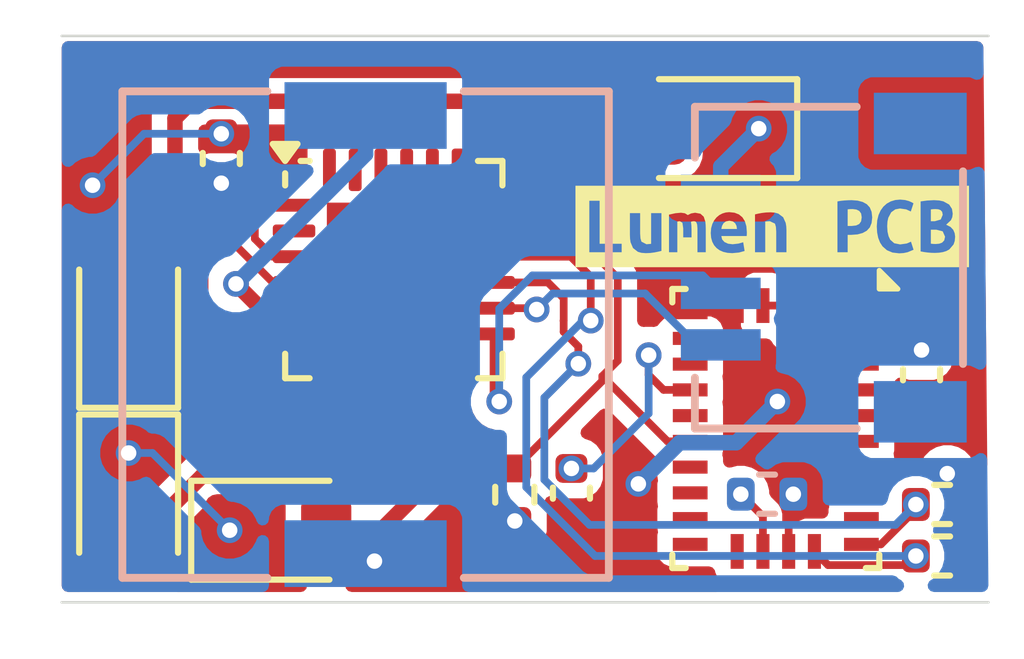
<source format=kicad_pcb>
(kicad_pcb (version 20241229) (generator "pcbnew") (generator_version "9.0")
  (layers (0 "F.Cu" signal) (2 "B.Cu" signal) (13 "F.Paste" user) (15 "B.Paste" user) (5 "F.SilkS" user "F.Silkscreen") (7 "B.SilkS" user "B.Silkscreen") (1 "F.Mask" user) (3 "B.Mask" user) (25 "Edge.Cuts" user))
  (net 0 "")
  (net 1 "Net-(BZ1-+)")
  (net 2 "GND")
  (net 3 "+V")
  (net 4 "Net-(U2-CAP)")
  (net 5 "Net-(D1-A)")
  (net 6 "Net-(D2-A)")
  (net 7 "Net-(D3-A)")
  (net 8 "Net-(D4-A)")
  (net 9 "/TX")
  (net 10 "/RX")
  (net 11 "/~{BNO_RST}")
  (net 12 "/SDA")
  (net 13 "/SCL")
  (net 14 "Net-(U2-COM3)")
  (net 26 "/UPDI")
  (footprint "Package_DFN_QFN:QFN-24-1EP_4x4mm_P0.5mm_EP2.6x2.6mm" (layer "F.Cu") (at 110.45 34.5375)
    (property "Reference" "U1" (hide yes))
    (property "Value" "ATtiny1617-M")
    (fp_line (start -2.11 -1.635) (end -2.11 -1.87) (stroke (width 0.12)) (layer "F.SilkS"))
    (fp_line (start -2.11 2.11) (end -2.11 1.635) (stroke (width 0.12)) (layer "F.SilkS"))
    (fp_line (start -1.635 -2.11) (end -1.81 -2.11) (stroke (width 0.12)) (layer "F.SilkS"))
    (fp_line (start -1.635 2.11) (end -2.11 2.11) (stroke (width 0.12)) (layer "F.SilkS"))
    (fp_line (start 1.635 -2.11) (end 2.11 -2.11) (stroke (width 0.12)) (layer "F.SilkS"))
    (fp_line (start 1.635 2.11) (end 2.11 2.11) (stroke (width 0.12)) (layer "F.SilkS"))
    (fp_line (start 2.11 -2.11) (end 2.11 -1.635) (stroke (width 0.12)) (layer "F.SilkS"))
    (fp_line (start 2.11 2.11) (end 2.11 1.635) (stroke (width 0.12)) (layer "F.SilkS"))
    (fp_poly (pts (xy -2.11 -2.11) (xy -2.35 -2.44) (xy -1.87 -2.44)) (stroke (width 0.12)) (fill yes) (layer "F.SilkS"))
    (pad "1" smd roundrect (at -1.9375 -1.25) (size 0.825 0.25) (layers "F.Cu" "F.Mask" "F.Paste"))
    (pad "2" smd roundrect (at -1.9375 -0.75) (size 0.825 0.25) (layers "F.Cu" "F.Mask" "F.Paste"))
    (pad "3" smd roundrect (at -1.9375 -0.25) (size 0.825 0.25) (layers "F.Cu" "F.Mask" "F.Paste") (net 2 "GND"))
    (pad "4" smd roundrect (at -1.9375 0.25) (size 0.825 0.25) (layers "F.Cu" "F.Mask" "F.Paste") (net 3 "+V"))
    (pad "5" smd roundrect (at -1.9375 0.75) (size 0.825 0.25) (layers "F.Cu" "F.Mask" "F.Paste") (net 1 "Net-(BZ1-+)"))
    (pad "6" smd roundrect (at -1.9375 1.25) (size 0.825 0.25) (layers "F.Cu" "F.Mask" "F.Paste"))
    (pad "7" smd roundrect (at -1.25 1.9375) (size 0.25 0.825) (layers "F.Cu" "F.Mask" "F.Paste"))
    (pad "8" smd roundrect (at -0.75 1.9375) (size 0.25 0.825) (layers "F.Cu" "F.Mask" "F.Paste") (net 5 "Net-(D1-A)"))
    (pad "9" smd roundrect (at -0.25 1.9375) (size 0.25 0.825) (layers "F.Cu" "F.Mask" "F.Paste") (net 6 "Net-(D2-A)"))
    (pad "10" smd roundrect (at 0.25 1.9375) (size 0.25 0.825) (layers "F.Cu" "F.Mask" "F.Paste") (net 7 "Net-(D3-A)"))
    (pad "11" smd roundrect (at 0.75 1.9375) (size 0.25 0.825) (layers "F.Cu" "F.Mask" "F.Paste") (net 8 "Net-(D4-A)"))
    (pad "12" smd roundrect (at 1.25 1.9375) (size 0.25 0.825) (layers "F.Cu" "F.Mask" "F.Paste"))
    (pad "13" smd roundrect (at 1.9375 1.25) (size 0.825 0.25) (layers "F.Cu" "F.Mask" "F.Paste") (net 10 "/RX"))
    (pad "14" smd roundrect (at 1.9375 0.75) (size 0.825 0.25) (layers "F.Cu" "F.Mask" "F.Paste") (net 9 "/TX"))
    (pad "15" smd roundrect (at 1.9375 0.25) (size 0.825 0.25) (layers "F.Cu" "F.Mask" "F.Paste") (net 12 "/SDA"))
    (pad "16" smd roundrect (at 1.9375 -0.25) (size 0.825 0.25) (layers "F.Cu" "F.Mask" "F.Paste") (net 13 "/SCL"))
    (pad "17" smd roundrect (at 1.9375 -0.75) (size 0.825 0.25) (layers "F.Cu" "F.Mask" "F.Paste"))
    (pad "18" smd roundrect (at 1.9375 -1.25) (size 0.825 0.25) (layers "F.Cu" "F.Mask" "F.Paste") (net 11 "/~{BNO_RST}"))
    (pad "19" smd roundrect (at 1.25 -1.9375) (size 0.25 0.825) (layers "F.Cu" "F.Mask" "F.Paste"))
    (pad "20" smd roundrect (at 0.75 -1.9375) (size 0.25 0.825) (layers "F.Cu" "F.Mask" "F.Paste"))
    (pad "21" smd roundrect (at 0.25 -1.9375) (size 0.25 0.825) (layers "F.Cu" "F.Mask" "F.Paste"))
    (pad "22" smd roundrect (at -0.25 -1.9375) (size 0.25 0.825) (layers "F.Cu" "F.Mask" "F.Paste"))
    (pad "23" smd roundrect (at -0.75 -1.9375) (size 0.25 0.825) (layers "F.Cu" "F.Mask" "F.Paste") (net 26 "/UPDI"))
    (pad "24" smd roundrect (at -1.25 -1.9375) (size 0.25 0.825) (layers "F.Cu" "F.Mask" "F.Paste"))
    (pad "25" smd rect (at 0 0) (size 2.6 2.6) (property pad_prop_heatsink) (layers "F.Cu" "F.Mask") (net 2 "GND"))
  )
  (footprint "Resistor_SMD:R_0402_1005Metric" (layer "F.Cu") (at 121.1 40.1)
    (property "Reference" "R3" (hide yes))
    (property "Value" "R")
    (fp_line (start -0.153641 -0.38) (end 0.153641 -0.38) (stroke (width 0.12)) (layer "F.SilkS"))
    (fp_line (start -0.153641 0.38) (end 0.153641 0.38) (stroke (width 0.12)) (layer "F.SilkS"))
    (pad "1" smd roundrect (at -0.51 0) (size 0.54 0.64) (layers "F.Cu" "F.Mask" "F.Paste") (net 13 "/SCL"))
    (pad "2" smd roundrect (at 0.51 0) (size 0.54 0.64) (layers "F.Cu" "F.Mask" "F.Paste") (net 3 "+V"))
  )
  (footprint "Package_LGA:LGA-28_5.2x3.8mm_P0.5mm" (layer "F.Cu") (at 117.869281 37.624199 -90)
    (property "Reference" "U2" (hide yes))
    (property "Value" "BNO055")
    (fp_line (start -2.71 2.01) (end -2.45 2.01) (stroke (width 0.12)) (layer "F.SilkS"))
    (fp_line (start -2.71 2.01) (end -2.71 1.75) (stroke (width 0.12)) (layer "F.SilkS"))
    (fp_line (start 2.71 2.01) (end 2.45 2.01) (stroke (width 0.12)) (layer "F.SilkS"))
    (fp_line (start 2.71 2.01) (end 2.71 1.75) (stroke (width 0.12)) (layer "F.SilkS"))
    (fp_line (start 2.71 -2.01) (end 2.71 -1.75) (stroke (width 0.12)) (layer "F.SilkS"))
    (fp_line (start 2.71 -2.01) (end 2.45 -2.01) (stroke (width 0.12)) (layer "F.SilkS"))
    (fp_poly (pts (xy -2.71 -2.01) (xy -3.07 -2.01) (xy -2.71 -2.37) (xy -2.71 -2.01)) (stroke (width 0.1)) (fill yes) (layer "F.SilkS"))
    (pad "1" smd rect (at -2.25 -1.6625 270) (size 0.254 0.675) (layers "F.Cu" "F.Mask" "F.Paste"))
    (pad "2" smd rect (at -2.3875 -0.75) (size 0.254 0.675) (layers "F.Cu" "F.Mask" "F.Paste") (net 2 "GND"))
    (pad "3" smd rect (at -2.3875 -0.25) (size 0.254 0.675) (layers "F.Cu" "F.Mask" "F.Paste") (net 3 "+V"))
    (pad "4" smd rect (at -2.3875 0.25) (size 0.254 0.675) (layers "F.Cu" "F.Mask" "F.Paste") (net 3 "+V"))
    (pad "5" smd rect (at -2.3875 0.75) (size 0.254 0.675) (layers "F.Cu" "F.Mask" "F.Paste") (net 2 "GND"))
    (pad "6" smd rect (at -2.25 1.6625 270) (size 0.254 0.675) (layers "F.Cu" "F.Mask" "F.Paste") (net 2 "GND"))
    (pad "7" smd rect (at -1.75 1.6625 270) (size 0.254 0.675) (layers "F.Cu" "F.Mask" "F.Paste"))
    (pad "8" smd rect (at -1.25 1.6625 270) (size 0.254 0.675) (layers "F.Cu" "F.Mask" "F.Paste"))
    (pad "9" smd rect (at -0.75 1.6625 270) (size 0.254 0.675) (layers "F.Cu" "F.Mask" "F.Paste") (net 4 "Net-(U2-CAP)"))
    (pad "10" smd rect (at -0.25 1.6625 270) (size 0.254 0.675) (layers "F.Cu" "F.Mask" "F.Paste"))
    (pad "11" smd rect (at 0.25 1.6625 270) (size 0.254 0.675) (layers "F.Cu" "F.Mask" "F.Paste") (net 11 "/~{BNO_RST}"))
    (pad "12" smd rect (at 0.75 1.6625 270) (size 0.254 0.675) (layers "F.Cu" "F.Mask" "F.Paste"))
    (pad "13" smd rect (at 1.25 1.6625 270) (size 0.254 0.675) (layers "F.Cu" "F.Mask" "F.Paste"))
    (pad "14" smd rect (at 1.75 1.6625 270) (size 0.254 0.675) (layers "F.Cu" "F.Mask" "F.Paste"))
    (pad "15" smd rect (at 2.25 1.6625 270) (size 0.254 0.675) (layers "F.Cu" "F.Mask" "F.Paste"))
    (pad "16" smd rect (at 2.3875 0.75) (size 0.254 0.675) (layers "F.Cu" "F.Mask" "F.Paste"))
    (pad "17" smd rect (at 2.3875 0.25) (size 0.254 0.675) (layers "F.Cu" "F.Mask" "F.Paste") (net 14 "Net-(U2-COM3)"))
    (pad "18" smd rect (at 2.3875 -0.25) (size 0.254 0.675) (layers "F.Cu" "F.Mask" "F.Paste") (net 2 "GND"))
    (pad "19" smd rect (at 2.3875 -0.75) (size 0.254 0.675) (layers "F.Cu" "F.Mask" "F.Paste") (net 13 "/SCL"))
    (pad "20" smd rect (at 2.25 -1.6625 270) (size 0.254 0.675) (layers "F.Cu" "F.Mask" "F.Paste") (net 12 "/SDA"))
    (pad "21" smd rect (at 1.75 -1.6625 270) (size 0.254 0.675) (layers "F.Cu" "F.Mask" "F.Paste"))
    (pad "22" smd rect (at 1.25 -1.6625 270) (size 0.254 0.675) (layers "F.Cu" "F.Mask" "F.Paste"))
    (pad "23" smd rect (at 0.75 -1.6625 270) (size 0.254 0.675) (layers "F.Cu" "F.Mask" "F.Paste"))
    (pad "24" smd rect (at 0.25 -1.6625 270) (size 0.254 0.675) (layers "F.Cu" "F.Mask" "F.Paste"))
    (pad "25" smd rect (at -0.25 -1.6625 270) (size 0.254 0.675) (layers "F.Cu" "F.Mask" "F.Paste") (net 2 "GND"))
    (pad "26" smd rect (at -0.75 -1.6625 270) (size 0.254 0.675) (layers "F.Cu" "F.Mask" "F.Paste"))
    (pad "27" smd rect (at -1.25 -1.6625 270) (size 0.254 0.675) (layers "F.Cu" "F.Mask" "F.Paste"))
    (pad "28" smd rect (at -1.75 -1.6625 270) (size 0.254 0.675) (layers "F.Cu" "F.Mask" "F.Paste") (net 3 "+V"))
  )
  (footprint "Capacitor_SMD:C_0402_1005Metric" (layer "F.Cu") (at 113.9 38.88 90)
    (property "Reference" "C3" (hide yes))
    (property "Value" "C")
    (fp_line (start -0.107836 -0.36) (end 0.107836 -0.36) (stroke (width 0.12)) (layer "F.SilkS"))
    (fp_line (start -0.107836 0.36) (end 0.107836 0.36) (stroke (width 0.12)) (layer "F.SilkS"))
    (pad "1" smd roundrect (at -0.48 0 90) (size 0.56 0.62) (layers "F.Cu" "F.Mask" "F.Paste") (net 2 "GND"))
    (pad "2" smd roundrect (at 0.48 0 90) (size 0.56 0.62) (layers "F.Cu" "F.Mask" "F.Paste") (net 4 "Net-(U2-CAP)"))
  )
  (footprint "Capacitor_SMD:C_0402_1005Metric" (layer "F.Cu") (at 107.1 32.38 -90)
    (property "Reference" "C1" (hide yes))
    (property "Value" "C")
    (fp_line (start -0.107836 0.36) (end 0.107836 0.36) (stroke (width 0.12)) (layer "F.SilkS"))
    (fp_line (start -0.107836 -0.36) (end 0.107836 -0.36) (stroke (width 0.12)) (layer "F.SilkS"))
    (pad "1" smd roundrect (at -0.48 0 270) (size 0.56 0.62) (layers "F.Cu" "F.Mask" "F.Paste") (net 2 "GND"))
    (pad "2" smd roundrect (at 0.48 0 270) (size 0.56 0.62) (layers "F.Cu" "F.Mask" "F.Paste") (net 3 "+V"))
  )
  (footprint "LED_SMD:LED_0805_2012Metric" (layer "F.Cu") (at 116.6 31.8 180)
    (property "Reference" "D1" (hide yes))
    (property "Value" "LED")
    (fp_line (start 1 -0.96) (end -1.685 -0.96) (stroke (width 0.12)) (layer "F.SilkS"))
    (fp_line (start -1.685 0.96) (end 1 0.96) (stroke (width 0.12)) (layer "F.SilkS"))
    (fp_line (start -1.685 -0.96) (end -1.685 0.96) (stroke (width 0.12)) (layer "F.SilkS"))
    (pad "1" smd roundrect (at -0.9375 0 180) (size 0.975 1.4) (layers "F.Cu" "F.Mask" "F.Paste") (net 2 "GND"))
    (pad "2" smd roundrect (at 0.9375 0 180) (size 0.975 1.4) (layers "F.Cu" "F.Mask" "F.Paste") (net 5 "Net-(D1-A)"))
  )
  (footprint "kibuzzard-68C38C57" (layer "F.Cu") (at 117.8 33.7)
    (property "Reference" "kibuzzard-68C38C57" (hide yes))
    (property "Value" "G***" (hide yes))
    (fp_poly (pts (xy -0.684976 0.048465) (xy -0.693053 -0.010501) (xy -0.718901 -0.061389) (xy -0.764136 -0.097738) (xy -0.831987 -0.11147) (xy -0.899031 -0.098546) (xy -0.94588 -0.063005) (xy -0.97496 -0.011309) (xy -0.988691 0.048465) (xy -0.684976 0.048465)) (fill yes) (layer "F.SilkS"))
    (fp_poly (pts (xy 3.080775 0.063005) (xy 3.080775 0.33441) (xy 3.126817 0.339257) (xy 3.17609 0.340872) (xy 3.242326 0.335218) (xy 3.299677 0.314216) (xy 3.340872 0.270598) (xy 3.357027 0.198708) (xy 3.310985 0.094507) (xy 3.187399 0.063005) (xy 3.080775 0.063005)) (fill yes) (layer "F.SilkS"))
    (fp_poly (pts (xy 3.15832 -0.101777) (xy 3.273021 -0.134895) (xy 3.311793 -0.226171) (xy 3.300485 -0.283522) (xy 3.26979 -0.317447) (xy 3.224556 -0.333603) (xy 3.171244 -0.337641) (xy 3.124394 -0.336026) (xy 3.080775 -0.331179) (xy 3.080775 -0.101777) (xy 3.15832 -0.101777)) (fill yes) (layer "F.SilkS"))
    (fp_poly (pts (xy 1.563813 -0.337641) (xy 1.51454 -0.336834) (xy 1.465267 -0.332795) (xy 1.465267 -0.009693) (xy 1.546042 -0.009693) (xy 1.629645 -0.019184) (xy 1.689822 -0.047658) (xy 1.726171 -0.099152) (xy 1.738288 -0.177706) (xy 1.726373 -0.252221) (xy 1.69063 -0.301292) (xy 1.635097 -0.328554) (xy 1.563813 -0.337641)) (fill yes) (layer "F.SilkS"))
    (fp_poly (pts (xy -3.552504 -0.791061) (xy -3.821756 -0.791061) (xy -3.821756 0.791061) (xy -3.552504 0.791061) (xy -2.924071 0.791061) (xy -2.924071 0.500808) (xy -3.552504 0.500808) (xy -3.552504 -0.499192) (xy -3.352181 -0.499192) (xy -3.352181 0.336026) (xy -2.924071 0.336026) (xy -2.924071 0.500808) (xy -2.924071 0.791061) (xy -2.455574 0.791061) (xy -2.455574 0.518578) (xy -2.540792 0.512116) (xy -2.609047 0.49273) (xy -2.703554 0.419225) (xy -2.751212 0.306947) (xy -2.760905 0.239095) (xy -2.764136 0.164782) (xy -2.764136 -0.258481) (xy -2.565428 -0.258481) (xy -2.565428 0.138934) (xy -2.559168 0.230412) (xy -2.540388 0.29483) (xy -2.442649 0.345719) (xy -2.352181 0.337641) (xy -2.352181 -0.258481) (xy -2.151858 -0.258481) (xy -2.151858 0.47496) (xy -2.212641 0.489499) (xy -2.285137 0.504039) (xy -2.366922 0.514943) (xy -2.455574 0.518578) (xy -2.455574 0.791061) (xy -1.290792 0.791061) (xy -1.290792 0.500808) (xy -1.452342 0.500808) (xy -1.452342 0.037157) (xy -1.457997 -0.035541) (xy -1.472536 -0.077544) (xy -1.493538 -0.096931) (xy -1.518578 -0.101777) (xy -1.549273 -0.099354) (xy -1.578352 -0.090468) (xy -1.570275 -0.022617) (xy -1.567044 0.059774) (xy -1.567044 0.211632) (xy -1.728595 0.211632) (xy -1.728595 0.037157) (xy -1.743942 -0.071082) (xy -1.793215 -0.101777) (xy -1.81664 -0.100162) (xy -1.843296 -0.095315) (xy -1.843296 0.500808) (xy -2.004847 0.500808) (xy -2.004847 -0.229402) (xy -1.880452 -0.256866) (xy -1.772213 -0.266559) (xy -1.697092 -0.256058) (xy -1.639742 -0.221325) (xy -1.575121 -0.252827) (xy -1.497577 -0.266559) (xy -1.394184 -0.247173) (xy -1.330372 -0.189015) (xy -1.298869 -0.091276) (xy -1.292811 -0.027262) (xy -1.290792 0.04685) (xy -1.290792 0.500808) (xy -1.290792 0.791061) (xy -0.77706 0.791061) (xy -0.77706 0.518578) (xy -0.868942 0.512318) (xy -0.950727 0.493538) (xy -1.021809 0.462439) (xy -1.081583 0.419225) (xy -1.129443 0.364095) (xy -1.164782 0.297254) (xy -1.186591 0.218498) (xy -1.193861 0.127625) (xy -1.186187 0.033522) (xy -1.163166 -0.048465) (xy -1.127625 -0.118134) (xy -1.082391 -0.175283) (xy -1.028675 -0.219911) (xy -0.96769 -0.252019) (xy -0.902262 -0.271405) (xy -0.835218 -0.277868) (xy -0.732185 -0.266828) (xy -0.647101 -0.23371) (xy -0.579968 -0.178514) (xy -0.531502 -0.102136) (xy -0.502423 -0.005475) (xy -0.49273 0.11147) (xy -0.493538 0.151858) (xy -0.495961 0.185784) (xy -0.988691 0.185784) (xy -0.973344 0.252221) (xy -0.927302 0.302908) (xy -0.857027 0.335016) (xy -0.768982 0.345719) (xy -0.655089 0.332795) (xy -0.563813 0.306947) (xy -0.536349 0.476575) (xy -0.646204 0.506462) (xy -0.77706 0.518578) (xy -0.77706 0.791061) (xy 0.276252 0.791061) (xy 0.276252 0.500808) (xy 0.077544 0.500808) (xy 0.077544 0.098546) (xy 0.071486 0.006866) (xy 0.053312 -0.054927) (xy -0.045234 -0.101777) (xy -0.089661 -0.100162) (xy -0.135703 -0.095315) (xy -0.135703 0.500808) (xy -0.33441 0.500808) (xy -0.33441 -0.234249) (xy -0.274838 -0.248384) (xy -0.202746 -0.261712) (xy -0.120961 -0.271405) (xy -0.03231 -0.274637) (xy 0.050485 -0.268376) (xy 0.117932 -0.249596) (xy 0.212439 -0.178514) (xy 0.261712 -0.068659) (xy 0.272617 -0.001414) (xy 0.276252 0.072698) (xy 0.276252 0.500808) (xy 0.276252 0.791061) (xy 1.465267 0.791061) (xy 1.465267 0.500808) (xy 1.266559 0.500808) (xy 1.266559 -0.486268) (xy 1.331987 -0.497577) (xy 1.405493 -0.504847) (xy 1.478191 -0.508885) (xy 1.541195 -0.510501) (xy 1.658769 -0.501795) (xy 1.757315 -0.475678) (xy 1.836834 -0.432149) (xy 1.895171 -0.368875) (xy 1.930174 -0.283522) (xy 1.941842 -0.17609) (xy 1.930084 -0.067582) (xy 1.894812 0.018848) (xy 1.836026 0.083199) (xy 1.755699 0.127625) (xy 1.655807 0.154281) (xy 1.536349 0.163166) (xy 1.465267 0.163166) (xy 1.465267 0.500808) (xy 1.465267 0.791061) (xy 2.465267 0.791061) (xy 2.465267 0.521809) (xy 2.335308 0.506731) (xy 2.227607 0.461497) (xy 2.142165 0.386107) (xy 2.093397 0.311086) (xy 2.058562 0.221729) (xy 2.037662 0.118033) (xy 2.030695 0) (xy 2.039176 -0.117528) (xy 2.06462 -0.221325) (xy 2.10521 -0.310784) (xy 2.159128 -0.385299) (xy 2.225363 -0.444265) (xy 2.302908 -0.487076) (xy 2.389943 -0.513126) (xy 2.484653 -0.521809) (xy 2.580775 -0.512924) (xy 2.655897 -0.49273) (xy 2.710016 -0.468498) (xy 2.743134 -0.449111) (xy 2.691438 -0.290792) (xy 2.601777 -0.331987) (xy 2.481422 -0.34895) (xy 2.390145 -0.331987) (xy 2.310985 -0.275444) (xy 2.254443 -0.169628) (xy 2.238086 -0.095315) (xy 2.232633 -0.004847) (xy 2.239185 0.100431) (xy 2.25884 0.187938) (xy 2.291599 0.257674) (xy 2.369346 0.326131) (xy 2.484653 0.34895) (xy 2.613086 0.331179) (xy 2.694669 0.295638) (xy 2.74475 0.452342) (xy 2.630856 0.5) (xy 2.553514 0.516357) (xy 2.465267 0.521809) (xy 2.465267 0.791061) (xy 3.159935 0.791061) (xy 3.159935 0.513732) (xy 3.092488 0.511914) (xy 3.022617 0.506462) (xy 2.951939 0.497375) (xy 2.882068 0.484653) (xy 2.882068 -0.486268) (xy 3.006462 -0.503231) (xy 3.140549 -0.510501) (xy 3.243134 -0.504645) (xy 3.324717 -0.487076) (xy 3.436187 -0.425687) (xy 3.491115 -0.340872) (xy 3.505654 -0.247173) (xy 3.496971 -0.180129) (xy 3.470921 -0.121163) (xy 3.378029 -0.033926) (xy 3.463449 0.009693) (xy 3.516155 0.066236) (xy 3.543417 0.130856) (xy 3.552504 0.198708) (xy 3.54483 0.281704) (xy 3.521809 0.349758) (xy 3.438611 0.446688) (xy 3.38126 0.477787) (xy 3.314216 0.498384) (xy 3.239701 0.509895) (xy 3.159935 0.513732) (xy 3.159935 0.791061) (xy 3.552504 0.791061) (xy 3.821756 0.791061) (xy 3.821756 -0.791061) (xy 3.552504 -0.791061) (xy -3.552504 -0.791061)) (fill yes) (layer "F.SilkS"))
  )
  (footprint "LED_SMD:LED_0805_2012Metric" (layer "F.Cu") (at 108.2 39.6)
    (property "Reference" "D4" (hide yes))
    (property "Value" "LED")
    (fp_line (start -1.685 -0.96) (end -1.685 0.96) (stroke (width 0.12)) (layer "F.SilkS"))
    (fp_line (start -1.685 0.96) (end 1 0.96) (stroke (width 0.12)) (layer "F.SilkS"))
    (fp_line (start 1 -0.96) (end -1.685 -0.96) (stroke (width 0.12)) (layer "F.SilkS"))
    (pad "1" smd roundrect (at -0.9375 0) (size 0.975 1.4) (layers "F.Cu" "F.Mask" "F.Paste") (net 2 "GND"))
    (pad "2" smd roundrect (at 0.9375 0) (size 0.975 1.4) (layers "F.Cu" "F.Mask" "F.Paste") (net 8 "Net-(D4-A)"))
  )
  (footprint "Resistor_SMD:R_0402_1005Metric" (layer "F.Cu") (at 121.1 39.1)
    (property "Reference" "R2" (hide yes))
    (property "Value" "R")
    (fp_line (start -0.153641 -0.38) (end 0.153641 -0.38) (stroke (width 0.12)) (layer "F.SilkS"))
    (fp_line (start -0.153641 0.38) (end 0.153641 0.38) (stroke (width 0.12)) (layer "F.SilkS"))
    (pad "1" smd roundrect (at -0.51 0) (size 0.54 0.64) (layers "F.Cu" "F.Mask" "F.Paste") (net 12 "/SDA"))
    (pad "2" smd roundrect (at 0.51 0) (size 0.54 0.64) (layers "F.Cu" "F.Mask" "F.Paste") (net 3 "+V"))
  )
  (footprint "Capacitor_SMD:C_0402_1005Metric" (layer "F.Cu") (at 120.7 36.58 90)
    (property "Reference" "C2" (hide yes))
    (property "Value" "C")
    (fp_line (start -0.107836 -0.36) (end 0.107836 -0.36) (stroke (width 0.12)) (layer "F.SilkS"))
    (fp_line (start -0.107836 0.36) (end 0.107836 0.36) (stroke (width 0.12)) (layer "F.SilkS"))
    (pad "1" smd roundrect (at -0.48 0 90) (size 0.56 0.62) (layers "F.Cu" "F.Mask" "F.Paste") (net 2 "GND"))
    (pad "2" smd roundrect (at 0.48 0 90) (size 0.56 0.62) (layers "F.Cu" "F.Mask" "F.Paste") (net 3 "+V"))
  )
  (footprint "Resistor_SMD:R_0402_1005Metric" (layer "F.Cu") (at 112.8 38.91 -90)
    (property "Reference" "R1" (hide yes))
    (property "Value" "R")
    (fp_line (start -0.153641 0.38) (end 0.153641 0.38) (stroke (width 0.12)) (layer "F.SilkS"))
    (fp_line (start -0.153641 -0.38) (end 0.153641 -0.38) (stroke (width 0.12)) (layer "F.SilkS"))
    (pad "1" smd roundrect (at -0.51 0 270) (size 0.54 0.64) (layers "F.Cu" "F.Mask" "F.Paste") (net 11 "/~{BNO_RST}"))
    (pad "2" smd roundrect (at 0.51 0 270) (size 0.54 0.64) (layers "F.Cu" "F.Mask" "F.Paste") (net 3 "+V"))
  )
  (footprint "LED_SMD:LED_0805_2012Metric" (layer "F.Cu") (at 105.3 35.5375 90)
    (property "Reference" "D2" (hide yes))
    (property "Value" "LED")
    (fp_line (start 1 -0.96) (end -1.685 -0.96) (stroke (width 0.12)) (layer "F.SilkS"))
    (fp_line (start -1.685 -0.96) (end -1.685 0.96) (stroke (width 0.12)) (layer "F.SilkS"))
    (fp_line (start -1.685 0.96) (end 1 0.96) (stroke (width 0.12)) (layer "F.SilkS"))
    (pad "1" smd roundrect (at -0.9375 0 90) (size 0.975 1.4) (layers "F.Cu" "F.Mask" "F.Paste") (net 2 "GND"))
    (pad "2" smd roundrect (at 0.9375 0 90) (size 0.975 1.4) (layers "F.Cu" "F.Mask" "F.Paste") (net 6 "Net-(D2-A)"))
  )
  (footprint "LED_SMD:LED_0805_2012Metric" (layer "F.Cu") (at 105.3 39.0375 -90)
    (property "Reference" "D3" (hide yes))
    (property "Value" "LED")
    (fp_line (start -1.685 0.96) (end 1 0.96) (stroke (width 0.12)) (layer "F.SilkS"))
    (fp_line (start -1.685 -0.96) (end -1.685 0.96) (stroke (width 0.12)) (layer "F.SilkS"))
    (fp_line (start 1 -0.96) (end -1.685 -0.96) (stroke (width 0.12)) (layer "F.SilkS"))
    (pad "1" smd roundrect (at -0.9375 0 270) (size 0.975 1.4) (layers "F.Cu" "F.Mask" "F.Paste") (net 2 "GND"))
    (pad "2" smd roundrect (at 0.9375 0 270) (size 0.975 1.4) (layers "F.Cu" "F.Mask" "F.Paste") (net 7 "Net-(D3-A)"))
  )
  (footprint "User:CPT-9019A_CUD" (layer "B.Cu") (at 109.9024 35.8 -90)
    (property "Reference" "BZ1" (hide yes))
    (property "Value" "Buzzer")
    (fp_line (start -4.7244 4.7244) (end -4.7244 1.90754) (stroke (width 0.1524)) (layer "B.SilkS"))
    (fp_line (start 4.7244 4.7244) (end -4.7244 4.7244) (stroke (width 0.1524)) (layer "B.SilkS"))
    (fp_line (start 4.7244 1.90754) (end 4.7244 4.7244) (stroke (width 0.1524)) (layer "B.SilkS"))
    (fp_line (start -4.7244 -1.90754) (end -4.7244 -4.7244) (stroke (width 0.1524)) (layer "B.SilkS"))
    (fp_line (start -4.7244 -4.7244) (end 4.7244 -4.7244) (stroke (width 0.1524)) (layer "B.SilkS"))
    (fp_line (start 4.7244 -4.7244) (end 4.7244 -1.90754) (stroke (width 0.1524)) (layer "B.SilkS"))
    (pad "1" smd rect (at -4.2545 0 270) (size 1.2954 3.1496) (layers "B.Cu" "B.Mask" "B.Paste") (net 1 "Net-(BZ1-+)"))
    (pad "2" smd rect (at 4.2545 0 270) (size 1.2954 3.1496) (layers "B.Cu" "B.Mask" "B.Paste") (net 2 "GND"))
  )
  (footprint "User:QWIIC_SNAPSERIAL" (layer "B.Cu") (at 118.9015 34.499999 -90)
    (property "Reference" "J5" (hide yes))
    (property "Value" "PRT-14417")
    (fp_line (start -3.1242 2.6035) (end -3.1242 -0.539061) (stroke (width 0.1524)) (layer "B.SilkS"))
    (fp_line (start -2.13754 2.6035) (end -3.1242 2.6035) (stroke (width 0.1524)) (layer "B.SilkS"))
    (fp_line (start 3.1242 2.6035) (end 2.13754 2.6035) (stroke (width 0.1524)) (layer "B.SilkS"))
    (fp_line (start 3.1242 -0.539061) (end 3.1242 2.6035) (stroke (width 0.1524)) (layer "B.SilkS"))
    (fp_line (start -1.870359 -2.6035) (end 1.870359 -2.6035) (stroke (width 0.1524)) (layer "B.SilkS"))
    (pad "1" smd rect (at -1.5 2.1015 270) (size 0.6096 1.5494) (layers "B.Cu" "B.Mask" "B.Paste") (net 2 "GND"))
    (pad "2" smd rect (at -0.499999 2.1015 270) (size 0.6096 1.5494) (layers "B.Cu" "B.Mask" "B.Paste") (net 3 "+V"))
    (pad "3" smd rect (at 0.499999 2.1015 270) (size 0.6096 1.5494) (layers "B.Cu" "B.Mask" "B.Paste") (net 10 "/RX"))
    (pad "4" smd rect (at 1.5 2.1015 270) (size 0.6096 1.5494) (layers "B.Cu" "B.Mask" "B.Paste") (net 9 "/TX"))
    (pad "5" smd rect (at -2.799999 -1.773501 270) (size 1.1938 1.8034) (layers "B.Cu" "B.Mask" "B.Paste"))
    (pad "6" smd rect (at 2.799999 -1.773501 270) (size 1.1938 1.8034) (layers "B.Cu" "B.Mask" "B.Paste"))
  )
  (footprint "Resistor_SMD:R_0402_1005Metric" (layer "B.Cu") (at 117.7 38.9)
    (property "Reference" "R4" (hide yes))
    (property "Value" "R")
    (fp_line (start -0.153641 -0.38) (end 0.153641 -0.38) (stroke (width 0.12)) (layer "B.SilkS"))
    (fp_line (start -0.153641 0.38) (end 0.153641 0.38) (stroke (width 0.12)) (layer "B.SilkS"))
    (pad "1" smd roundrect (at -0.51 0) (size 0.54 0.64) (layers "B.Cu" "B.Mask" "B.Paste") (net 14 "Net-(U2-COM3)"))
    (pad "2" smd roundrect (at 0.51 0) (size 0.54 0.64) (layers "B.Cu" "B.Mask" "B.Paste") (net 2 "GND"))
  )
  (gr_line (start 122 30) (end 104 30) (stroke (width 0.05)) (layer "Edge.Cuts"))
  (gr_line (start 122 41) (end 104 41) (stroke (width 0.05)) (layer "Edge.Cuts"))
  (segment (start 107.857538 35.2875) (end 107.385019 34.814981) (width 0.3) (layer "F.Cu") (net 1))
  (segment (start 108.5125 35.2875) (end 107.857538 35.2875) (width 0.3) (layer "F.Cu") (net 1))
  (via (at 107.385019 34.814981) (size 0.5) (drill 0.3) (layers "F.Cu" "B.Cu") (net 1))
  (segment (start 107.385019 34.814981) (end 109.9024 32.2976) (width 0.3) (layer "B.Cu") (net 1))
  (segment (start 109.9024 32.2976) (end 109.9024 31.5455) (width 0.3) (layer "B.Cu") (net 1))
  (segment (start 108.5125 34.2875) (end 110.2 34.2875) (width 0.15) (layer "F.Cu") (net 2))
  (segment (start 120.7 37.06) (end 120.385801 37.374199) (width 0.15) (layer "F.Cu") (net 2))
  (segment (start 120.385801 37.374199) (end 119.531781 37.374199) (width 0.15) (layer "F.Cu") (net 2))
  (segment (start 107.2625 39.6) (end 108.2385 40.576) (width 0.15) (layer "F.Cu") (net 2))
  (segment (start 108.5125 34.2875) (end 108.100001 34.2875) (width 0.15) (layer "F.Cu") (net 2))
  (segment (start 118.119281 40.011699) (end 118.119281 38.990719) (width 0.15) (layer "F.Cu") (net 2))
  (segment (start 108.2385 40.576) (end 109.699 40.576) (width 0.15) (layer "F.Cu") (net 2))
  (segment (start 118.119281 38.990719) (end 118.21 38.9) (width 0.15) (layer "F.Cu") (net 2))
  (segment (start 107.751 32.551) (end 107.1 31.9) (width 0.15) (layer "F.Cu") (net 2))
  (segment (start 105.3 36.475) (end 105.3 38.1) (width 0.15) (layer "F.Cu") (net 2))
  (segment (start 113.9 39.36) (end 113.06 40.2) (width 0.15) (layer "F.Cu") (net 2))
  (segment (start 113.06 40.2) (end 110.075 40.2) (width 0.15) (layer "F.Cu") (net 2))
  (segment (start 109.699 40.576) (end 110.075 40.2) (width 0.15) (layer "F.Cu") (net 2))
  (segment (start 107.751 33.938499) (end 107.751 32.551) (width 0.15) (layer "F.Cu") (net 2))
  (segment (start 108.100001 34.2875) (end 107.751 33.938499) (width 0.15) (layer "F.Cu") (net 2))
  (segment (start 110.2 34.2875) (end 110.45 34.5375) (width 0.15) (layer "F.Cu") (net 2))
  (via (at 115.2 38.7) (size 0.5) (drill 0.3) (layers "F.Cu" "B.Cu") (net 2))
  (via (at 107.2625 39.6) (size 0.5) (drill 0.3) (layers "F.Cu" "B.Cu") (net 2))
  (via (at 118.21 38.9) (size 0.5) (drill 0.3) (layers "F.Cu" "B.Cu") (net 2))
  (via (at 105.3 38.1) (size 0.5) (drill 0.3) (layers "F.Cu" "B.Cu") (net 2))
  (via (at 110.075 40.2) (size 0.5) (drill 0.3) (layers "F.Cu" "B.Cu") (net 2))
  (via (at 117.9 37.1) (size 0.5) (drill 0.3) (layers "F.Cu" "B.Cu") (net 2))
  (via (at 107.1 31.9) (size 0.5) (drill 0.3) (layers "F.Cu" "B.Cu") (net 2))
  (via (at 117.5375 31.8) (size 0.5) (drill 0.3) (layers "F.Cu" "B.Cu") (net 2))
  (via (at 104.6 32.9) (size 0.5) (drill 0.3) (layers "F.Cu" "B.Cu") (net 2))
  (segment (start 116 37.9) (end 115.2 38.7) (width 0.3) (layer "B.Cu") (net 2))
  (segment (start 116.8 32.999999) (end 116.8 32.5375) (width 0.3) (layer "B.Cu") (net 2))
  (segment (start 117.1 37.9) (end 116 37.9) (width 0.3) (layer "B.Cu") (net 2))
  (segment (start 107.1 31.9) (end 105.6 31.9) (width 0.15) (layer "B.Cu") (net 2))
  (segment (start 117.9 37.1) (end 117.1 37.9) (width 0.3) (layer "B.Cu") (net 2))
  (segment (start 105.6 31.9) (end 104.6 32.9) (width 0.15) (layer "B.Cu") (net 2))
  (segment (start 107.2625 39.6) (end 105.7625 38.1) (width 0.15) (layer "B.Cu") (net 2))
  (segment (start 105.7625 38.1) (end 105.3 38.1) (width 0.15) (layer "B.Cu") (net 2))
  (segment (start 116.8 32.5375) (end 117.5375 31.8) (width 0.3) (layer "B.Cu") (net 2))
  (segment (start 120.474199 35.874199) (end 120.7 36.1) (width 0.15) (layer "F.Cu") (net 3))
  (segment (start 118.240281 35.874199) (end 119.531781 35.874199) (width 0.15) (layer "F.Cu") (net 3))
  (segment (start 107.4 34.087499) (end 108.100001 34.7875) (width 0.15) (layer "F.Cu") (net 3))
  (segment (start 118.119281 35.753199) (end 118.240281 35.874199) (width 0.15) (layer "F.Cu") (net 3))
  (segment (start 121.61 40.1) (end 121.61 39.1) (width 0.15) (layer "F.Cu") (net 3))
  (segment (start 117.619281 35.236699) (end 118.119281 35.236699) (width 0.15) (layer "F.Cu") (net 3))
  (segment (start 107.4 33.16) (end 107.4 34.087499) (width 0.15) (layer "F.Cu") (net 3))
  (segment (start 121.61 38.91) (end 121.2 38.5) (width 0.15) (layer "F.Cu") (net 3))
  (segment (start 108.100001 34.7875) (end 108.5125 34.7875) (width 0.15) (layer "F.Cu") (net 3))
  (segment (start 119.531781 35.874199) (end 120.474199 35.874199) (width 0.15) (layer "F.Cu") (net 3))
  (segment (start 118.119281 35.236699) (end 118.119281 35.753199) (width 0.15) (layer "F.Cu") (net 3))
  (segment (start 121.61 39.1) (end 121.61 38.91) (width 0.15) (layer "F.Cu") (net 3))
  (segment (start 107.1 32.86) (end 107.4 33.16) (width 0.15) (layer "F.Cu") (net 3))
  (via (at 121.2 38.5) (size 0.5) (drill 0.3) (layers "F.Cu" "B.Cu") (net 3))
  (via (at 112.8 39.42) (size 0.5) (drill 0.3) (layers "F.Cu" "B.Cu") (net 3))
  (via (at 120.7 36.1) (size 0.5) (drill 0.3) (layers "F.Cu" "B.Cu") (net 3))
  (via (at 107.1 32.86) (size 0.5) (drill 0.3) (layers "F.Cu" "B.Cu") (net 3))
  (segment (start 115.690281 36.874199) (end 115.4 36.583918) (width 0.15) (layer "F.Cu") (net 4))
  (segment (start 116.206781 36.874199) (end 115.690281 36.874199) (width 0.15) (layer "F.Cu") (net 4))
  (segment (start 115.4 36.583918) (end 115.4 36.2) (width 0.15) (layer "F.Cu") (net 4))
  (via (at 113.9 38.4) (size 0.5) (drill 0.3) (layers "F.Cu" "B.Cu") (net 4))
  (via (at 115.4 36.2) (size 0.5) (drill 0.3) (layers "F.Cu" "B.Cu") (net 4))
  (segment (start 114.3314 38.4) (end 113.9 38.4) (width 0.15) (layer "B.Cu") (net 4))
  (segment (start 115.4 36.2) (end 115.4 37.3314) (width 0.15) (layer "B.Cu") (net 4))
  (segment (start 115.4 37.3314) (end 114.3314 38.4) (width 0.15) (layer "B.Cu") (net 4))
  (segment (start 106.7 33.599999) (end 106.2 33.099999) (width 0.3) (layer "F.Cu") (net 5))
  (segment (start 115.1315 31.269) (end 115.6625 31.8) (width 0.3) (layer "F.Cu") (net 5))
  (segment (start 106.7 35.23148) (end 106.7 33.599999) (width 0.3) (layer "F.Cu") (net 5))
  (segment (start 109.7 36.475) (end 109.7 36.97401) (width 0.3) (layer "F.Cu") (net 5))
  (segment (start 106.531 31.269) (end 115.1315 31.269) (width 0.3) (layer "F.Cu") (net 5))
  (segment (start 106.2 31.6) (end 106.531 31.269) (width 0.3) (layer "F.Cu") (net 5))
  (segment (start 108.70702 37.2385) (end 106.7 35.23148) (width 0.3) (layer "F.Cu") (net 5))
  (segment (start 106.2 33.099999) (end 106.2 31.6) (width 0.3) (layer "F.Cu") (net 5))
  (segment (start 109.7 36.97401) (end 109.43551 37.2385) (width 0.3) (layer "F.Cu") (net 5))
  (segment (start 109.43551 37.2385) (end 108.70702 37.2385) (width 0.3) (layer "F.Cu") (net 5))
  (segment (start 110.2 36.475) (end 110.2 37.8) (width 0.3) (layer "F.Cu") (net 6))
  (segment (start 110.2 37.8) (end 109.952 38.048) (width 0.3) (layer "F.Cu") (net 6))
  (segment (start 109.952 38.048) (end 108.748 38.048) (width 0.3) (layer "F.Cu") (net 6))
  (segment (start 108.748 38.048) (end 105.3 34.6) (width 0.3) (layer "F.Cu") (net 6))
  (segment (start 110.7 38.3) (end 110.7 36.475) (width 0.3) (layer "F.Cu") (net 7))
  (segment (start 106.726 38.549) (end 110.451 38.549) (width 0.3) (layer "F.Cu") (net 7))
  (segment (start 110.451 38.549) (end 110.7 38.3) (width 0.3) (layer "F.Cu") (net 7))
  (segment (start 105.3 39.975) (end 106.726 38.549) (width 0.3) (layer "F.Cu") (net 7))
  (segment (start 110.2 39.6) (end 109.1375 39.6) (width 0.3) (layer "F.Cu") (net 8))
  (segment (start 111.2 38.6) (end 110.2 39.6) (width 0.3) (layer "F.Cu") (net 8))
  (segment (start 111.2 36.475) (end 111.2 38.6) (width 0.3) (layer "F.Cu") (net 8))
  (segment (start 113.199 35.2875) (end 113.224 35.3125) (width 0.15) (layer "F.Cu") (net 9))
  (segment (start 112.3875 35.2875) (end 113.199 35.2875) (width 0.15) (layer "F.Cu") (net 9))
  (via (at 113.224 35.3125) (size 0.5) (drill 0.3) (layers "F.Cu" "B.Cu") (net 9))
  (segment (start 116.3301 35.999999) (end 115.332497 35.002397) (width 0.15) (layer "B.Cu") (net 9))
  (segment (start 116.8 35.999999) (end 116.3301 35.999999) (width 0.15) (layer "B.Cu") (net 9))
  (segment (start 113.224 35.3125) (end 113.534103 35.002397) (width 0.15) (layer "B.Cu") (net 9))
  (segment (start 113.534103 35.002397) (end 115.332497 35.002397) (width 0.15) (layer "B.Cu") (net 9))
  (segment (start 112.3875 35.7875) (end 112.3875 36.9895) (width 0.15) (layer "F.Cu") (net 10))
  (segment (start 112.3875 36.9895) (end 112.498 37.1) (width 0.15) (layer "F.Cu") (net 10))
  (via (at 112.498 37.1) (size 0.5) (drill 0.3) (layers "F.Cu" "B.Cu") (net 10))
  (segment (start 112.498 37.1) (end 112.498 35.294623) (width 0.15) (layer "B.Cu") (net 10))
  (segment (start 112.498 35.294623) (end 113.141226 34.651397) (width 0.15) (layer "B.Cu") (net 10))
  (segment (start 113.141226 34.651397) (end 116.451399 34.651397) (width 0.15) (layer "B.Cu") (net 10))
  (segment (start 116.451399 34.651397) (end 116.8 34.999998) (width 0.15) (layer "B.Cu") (net 10))
  (segment (start 114.8 36.306719) (end 114.5 36.606719) (width 0.15) (layer "F.Cu") (net 11))
  (segment (start 113.3875 33.2875) (end 114.8 34.7) (width 0.15) (layer "F.Cu") (net 11))
  (segment (start 115.76748 37.874199) (end 116.206781 37.874199) (width 0.15) (layer "F.Cu") (net 11))
  (segment (start 112.3875 33.2875) (end 113.3875 33.2875) (width 0.15) (layer "F.Cu") (net 11))
  (segment (start 114.8 34.7) (end 114.8 36.306719) (width 0.15) (layer "F.Cu") (net 11))
  (segment (start 114.5 36.606719) (end 115.76748 37.874199) (width 0.15) (layer "F.Cu") (net 11))
  (segment (start 112.8 38.4) (end 114.5 36.7) (width 0.15) (layer "F.Cu") (net 11))
  (segment (start 114.5 36.7) (end 114.5 36.606719) (width 0.15) (layer "F.Cu") (net 11))
  (segment (start 113.005123 34.7875) (end 113.006123 34.7865) (width 0.15) (layer "F.Cu") (net 12))
  (segment (start 113.75 35.094623) (end 113.75 35.530377) (width 0.15) (layer "F.Cu") (net 12))
  (segment (start 113.749 35.531377) (end 113.749 35.746274) (width 0.15) (layer "F.Cu") (net 12))
  (segment (start 119.910817 39.874199) (end 119.531781 39.874199) (width 0.15) (layer "F.Cu") (net 12))
  (segment (start 113.006123 34.7865) (end 113.441877 34.7865) (width 0.15) (layer "F.Cu") (net 12))
  (segment (start 120.59 39.1) (end 120.59 39.195016) (width 0.15) (layer "F.Cu") (net 12))
  (segment (start 113.442877 34.7875) (end 113.75 35.094623) (width 0.15) (layer "F.Cu") (net 12))
  (segment (start 113.75 35.530377) (end 113.749 35.531377) (width 0.15) (layer "F.Cu") (net 12))
  (segment (start 112.3875 34.7875) (end 113.005123 34.7875) (width 0.15) (layer "F.Cu") (net 12))
  (segment (start 113.749 35.746274) (end 114.033601 36.030875) (width 0.15) (layer "F.Cu") (net 12))
  (segment (start 114.033601 36.030875) (end 114.033601 36.365685) (width 0.15) (layer "F.Cu") (net 12))
  (segment (start 113.441877 34.7865) (end 113.442877 34.7875) (width 0.15) (layer "F.Cu") (net 12))
  (segment (start 120.59 39.195016) (end 119.910817 39.874199) (width 0.15) (layer "F.Cu") (net 12))
  (via (at 120.59 39.1) (size 0.5) (drill 0.3) (layers "F.Cu" "B.Cu") (net 12))
  (via (at 114.033601 36.365685) (size 0.5) (drill 0.3) (layers "F.Cu" "B.Cu") (net 12))
  (segment (start 113.374 38.617877) (end 114.252123 39.496) (width 0.15) (layer "B.Cu") (net 12))
  (segment (start 120.194 39.496) (end 120.59 39.1) (width 0.15) (layer "B.Cu") (net 12))
  (segment (start 113.374 37.025286) (end 113.374 38.617877) (width 0.15) (layer "B.Cu") (net 12))
  (segment (start 114.252123 39.496) (end 120.194 39.496) (width 0.15) (layer "B.Cu") (net 12))
  (segment (start 114.033601 36.365685) (end 113.374 37.025286) (width 0.15) (layer "B.Cu") (net 12))
  (segment (start 120.59 40.1) (end 120.412801 40.277199) (width 0.15) (layer "F.Cu") (net 13))
  (segment (start 118.884781 40.277199) (end 118.619281 40.011699) (width 0.15) (layer "F.Cu") (net 13))
  (segment (start 114.275 34.675) (end 114.275 35.528397) (width 0.15) (layer "F.Cu") (net 13))
  (segment (start 112.3875 34.2875) (end 113.8875 34.2875) (width 0.15) (layer "F.Cu") (net 13))
  (segment (start 120.412801 40.277199) (end 118.884781 40.277199) (width 0.15) (layer "F.Cu") (net 13))
  (segment (start 113.8875 34.2875) (end 114.275 34.675) (width 0.15) (layer "F.Cu") (net 13))
  (via (at 120.59 40.1) (size 0.5) (drill 0.3) (layers "F.Cu" "B.Cu") (net 13))
  (via (at 114.275 35.528397) (size 0.5) (drill 0.3) (layers "F.Cu" "B.Cu") (net 13))
  (segment (start 114.275 35.528397) (end 114.127012 35.528397) (width 0.15) (layer "B.Cu") (net 13))
  (segment (start 114.359735 40.1) (end 120.59 40.1) (width 0.15) (layer "B.Cu") (net 13))
  (segment (start 114.127012 35.528397) (end 113.023 36.632409) (width 0.15) (layer "B.Cu") (net 13))
  (segment (start 113.023 36.632409) (end 113.023 38.763265) (width 0.15) (layer "B.Cu") (net 13))
  (segment (start 113.023 38.763265) (end 114.359735 40.1) (width 0.15) (layer "B.Cu") (net 13))
  (segment (start 117.619281 39.329281) (end 117.19 38.9) (width 0.15) (layer "F.Cu") (net 14))
  (segment (start 117.619281 40.011699) (end 117.619281 39.329281) (width 0.15) (layer "F.Cu") (net 14))
  (via (at 117.19 38.9) (size 0.5) (drill 0.3) (layers "F.Cu" "B.Cu") (net 14))
  (zone (net 2) (net_name "GND") (layer "F.Cu") (connect_pads yes (clearance 0.3)) (min_thickness 0.25) (fill yes (thermal_gap 0.5) (thermal_bridge_width 0.5))
    (polygon (pts (xy 122 40.8) (xy 104 40.8) (xy 104 30.1) (xy 121.9 30.1)))
  )
  (zone (net 3) (net_name "+V") (layer "B.Cu") (connect_pads yes (clearance 0.3)) (min_thickness 0.25) (fill yes (thermal_gap 0.5) (thermal_bridge_width 0.5))
    (polygon (pts (xy 122 40.8) (xy 104 40.8) (xy 104 30.1) (xy 121.9 30.1)))
  )
)
</source>
